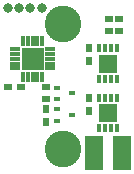
<source format=gts>
G04*
G04 #@! TF.GenerationSoftware,Altium Limited,Altium Designer,20.1.12 (249)*
G04*
G04 Layer_Color=8388736*
%FSLAX44Y44*%
%MOMM*%
G71*
G04*
G04 #@! TF.SameCoordinates,15848DA5-C093-47F5-B49A-54F1C2627FDF*
G04*
G04*
G04 #@! TF.FilePolarity,Negative*
G04*
G01*
G75*
%ADD14R,0.6080X0.4560*%
%ADD15R,0.7000X0.6000*%
%ADD16R,0.6000X0.7000*%
%ADD17R,0.7000X0.6000*%
%ADD18R,1.9000X1.9000*%
%ADD19R,0.3000X0.9000*%
%ADD20R,0.9000X0.3000*%
%ADD21R,1.5000X2.9000*%
%ADD22R,1.5600X1.5600*%
G04:AMPARAMS|DCode=23|XSize=0.7mm|YSize=0.4mm|CornerRadius=0.125mm|HoleSize=0mm|Usage=FLASHONLY|Rotation=90.000|XOffset=0mm|YOffset=0mm|HoleType=Round|Shape=RoundedRectangle|*
%AMROUNDEDRECTD23*
21,1,0.7000,0.1500,0,0,90.0*
21,1,0.4500,0.4000,0,0,90.0*
1,1,0.2500,0.0750,0.2250*
1,1,0.2500,0.0750,-0.2250*
1,1,0.2500,-0.0750,-0.2250*
1,1,0.2500,-0.0750,0.2250*
%
%ADD23ROUNDEDRECTD23*%
%ADD24R,0.4000X0.7000*%
%ADD25C,0.8000*%
%ADD26C,3.1000*%
D14*
X60947Y48000D02*
D03*
X48078Y43000D02*
D03*
Y53000D02*
D03*
X60947Y66437D02*
D03*
X48078Y61437D02*
D03*
Y71437D02*
D03*
D15*
X17250Y71501D02*
D03*
X6250Y71500D02*
D03*
D16*
X38750Y42500D02*
D03*
X38749Y53500D02*
D03*
X75251Y51750D02*
D03*
X75250Y62750D02*
D03*
Y104749D02*
D03*
X75251Y93750D02*
D03*
D17*
X39000Y61500D02*
D03*
Y71500D02*
D03*
X100500Y119500D02*
D03*
Y129500D02*
D03*
X92000Y119500D02*
D03*
Y129500D02*
D03*
D18*
X27500Y95750D02*
D03*
D19*
X19500Y110750D02*
D03*
X23500D02*
D03*
X27500D02*
D03*
X31500D02*
D03*
X35500D02*
D03*
Y80750D02*
D03*
X31500D02*
D03*
X27500D02*
D03*
X23500D02*
D03*
X19500D02*
D03*
D20*
X42500Y103750D02*
D03*
Y99750D02*
D03*
Y95750D02*
D03*
Y91750D02*
D03*
Y87750D02*
D03*
X12500D02*
D03*
Y91750D02*
D03*
Y95750D02*
D03*
Y99750D02*
D03*
Y103750D02*
D03*
D21*
X103250Y16250D02*
D03*
X79250D02*
D03*
D22*
X91250Y49750D02*
D03*
Y91749D02*
D03*
D23*
X83750Y36750D02*
D03*
Y78749D02*
D03*
D24*
X88750Y36750D02*
D03*
X93750D02*
D03*
X98750D02*
D03*
Y62750D02*
D03*
X93750D02*
D03*
X88750D02*
D03*
X83750D02*
D03*
X88750Y78749D02*
D03*
X93750D02*
D03*
X98750D02*
D03*
Y104749D02*
D03*
X93750D02*
D03*
X88750D02*
D03*
X83750D02*
D03*
D25*
X6500Y138500D02*
D03*
X15750D02*
D03*
X25500D02*
D03*
X35250D02*
D03*
D26*
X53000Y125500D02*
D03*
Y19500D02*
D03*
M02*

</source>
